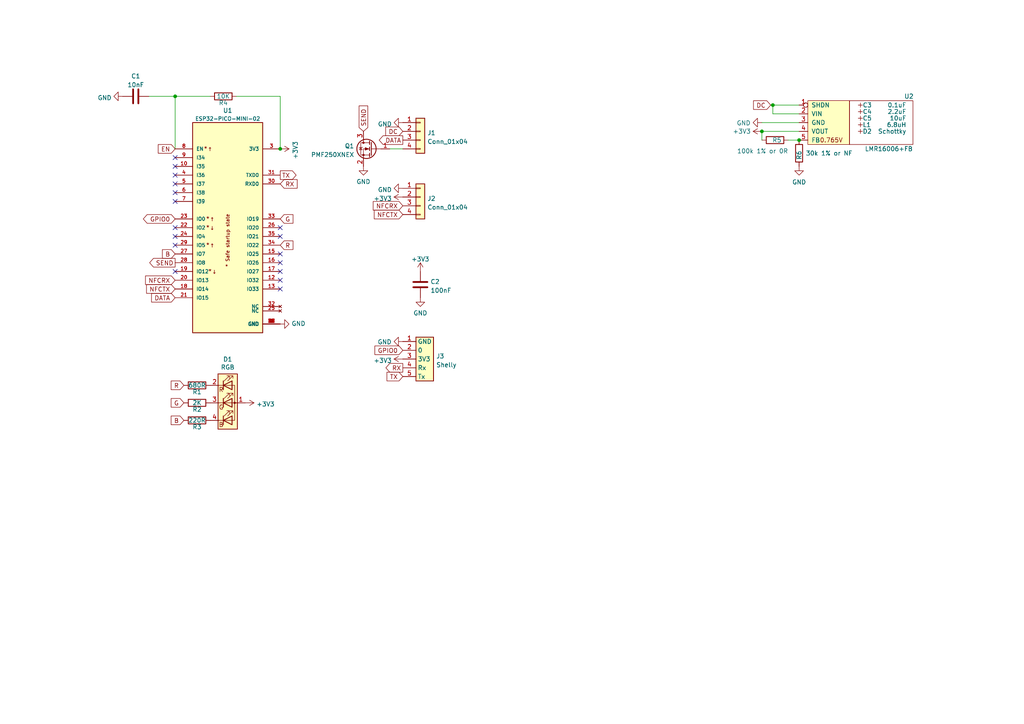
<source format=kicad_sch>
(kicad_sch (version 20211123) (generator eeschema)
  (paper "A4")
  (title_block (title "Generic ESP32-PICO-MINI module") (date "${DATE}") (rev "1") (comment 1 "@TheRealRevK") (comment 2 "www.me.uk"))
  (lib_symbols
    (symbol "Connector_Generic:Conn_01x04" (pin_names (offset 1.016) hide)
      (property "Reference" "J" (at 0 5.08 0))
      (property "Value" "Conn_01x04" (at 0 -7.62 0))
      (symbol "Conn_01x04_1_1"
        (rectangle (start -1.27 -4.953) (end 0 -5.207) (stroke (width 0.1524)))
        (rectangle (start -1.27 -2.413) (end 0 -2.667) (stroke (width 0.1524)))
        (rectangle (start -1.27 0.127) (end 0 -0.127) (stroke (width 0.1524)))
        (rectangle (start -1.27 2.667) (end 0 2.413) (stroke (width 0.1524)))
        (rectangle (start -1.27 3.81) (end 1.27 -6.35) (stroke (width 0.254)) (fill (type background)))
        (pin passive line (at -5.08 2.54 0) (length 3.81) (name "Pin_1") (number "1"))
        (pin passive line (at -5.08 0 0) (length 3.81) (name "Pin_2") (number "2"))
        (pin passive line (at -5.08 -2.54 0) (length 3.81) (name "Pin_3") (number "3"))
        (pin passive line (at -5.08 -5.08 0) (length 3.81) (name "Pin_4") (number "4"))
      )
    )
    (symbol "Device:C" (pin_numbers hide) (pin_names (offset 0.254))
      (property "Reference" "C" (at 0.635 2.54 0))
      (property "Value" "C" (at 0.635 -2.54 0))
      (symbol "C_0_1"
        (polyline (pts (xy -2.032 -0.762) (xy 2.032 -0.762)) (stroke (width 0.508)))
        (polyline (pts (xy -2.032 0.762) (xy 2.032 0.762)) (stroke (width 0.508)))
      )
      (symbol "C_1_1"
        (pin passive line (at 0 3.81 270) (length 2.794) (name "~") (number "1"))
        (pin passive line (at 0 -3.81 90) (length 2.794) (name "~") (number "2"))
      )
    )
    (symbol "Device:LED_ARGB" (pin_names (offset 0) hide)
      (property "Reference" "D" (at 0 9.398 0))
      (property "Value" "LED_ARGB" (at 0 -8.89 0))
      (symbol "LED_ARGB_0_0"
        (text "B" (at -1.905 -6.35 0) (effects (font (size 1.27 1.27))))
        (text "G" (at -1.905 -1.27 0) (effects (font (size 1.27 1.27))))
        (text "R" (at -1.905 3.81 0) (effects (font (size 1.27 1.27))))
      )
      (symbol "LED_ARGB_0_1"
        (polyline (pts (xy -1.27 -5.08) (xy -2.54 -5.08)))
        (polyline (pts (xy -1.27 -5.08) (xy 1.27 -5.08)))
        (polyline (pts (xy -1.27 -3.81) (xy -1.27 -6.35)) (stroke (width 0.254)))
        (polyline (pts (xy -1.27 0) (xy -2.54 0)))
        (polyline (pts (xy -1.27 1.27) (xy -1.27 -1.27)) (stroke (width 0.254)))
        (polyline (pts (xy -1.27 5.08) (xy -2.54 5.08)))
        (polyline (pts (xy -1.27 5.08) (xy 1.27 5.08)))
        (polyline (pts (xy -1.27 6.35) (xy -1.27 3.81)) (stroke (width 0.254)))
        (polyline (pts (xy 1.27 0) (xy -1.27 0)))
        (polyline (pts (xy 1.27 0) (xy 2.54 0)))
        (polyline (pts (xy -1.27 1.27) (xy -1.27 -1.27) (xy -1.27 -1.27)))
        (polyline (pts (xy -1.27 6.35) (xy -1.27 3.81) (xy -1.27 3.81)))
        (polyline (pts (xy 1.27 -5.08) (xy 2.032 -5.08) (xy 2.032 5.08) (xy 1.27 5.08)))
        (polyline (pts (xy 1.27 -3.81) (xy 1.27 -6.35) (xy -1.27 -5.08) (xy 1.27 -3.81)) (stroke (width 0.254)))
        (polyline (pts (xy 1.27 1.27) (xy 1.27 -1.27) (xy -1.27 0) (xy 1.27 1.27)) (stroke (width 0.254)))
        (polyline (pts (xy 1.27 6.35) (xy 1.27 3.81) (xy -1.27 5.08) (xy 1.27 6.35)) (stroke (width 0.254)))
        (polyline (pts (xy -1.016 -3.81) (xy 0.508 -2.286) (xy -0.254 -2.286) (xy 0.508 -2.286) (xy 0.508 -3.048)))
        (polyline (pts (xy -1.016 1.27) (xy 0.508 2.794) (xy -0.254 2.794) (xy 0.508 2.794) (xy 0.508 2.032)))
        (polyline (pts (xy -1.016 6.35) (xy 0.508 7.874) (xy -0.254 7.874) (xy 0.508 7.874) (xy 0.508 7.112)))
        (polyline (pts (xy 0 -3.81) (xy 1.524 -2.286) (xy 0.762 -2.286) (xy 1.524 -2.286) (xy 1.524 -3.048)))
        (polyline (pts (xy 0 1.27) (xy 1.524 2.794) (xy 0.762 2.794) (xy 1.524 2.794) (xy 1.524 2.032)))
        (polyline (pts (xy 0 6.35) (xy 1.524 7.874) (xy 0.762 7.874) (xy 1.524 7.874) (xy 1.524 7.112)))
        (rectangle (start 1.27 -1.27) (end 1.27 1.27))
        (rectangle (start 1.27 1.27) (end 1.27 1.27))
        (rectangle (start 1.27 3.81) (end 1.27 6.35))
        (rectangle (start 1.27 6.35) (end 1.27 6.35))
        (circle (center 2.032 0) (radius 0.254) (fill (type outline)))
        (rectangle (start 2.794 8.382) (end -2.794 -7.62) (stroke (width 0.254)) (fill (type background)))
      )
      (symbol "LED_ARGB_1_1"
        (pin passive line (at 5.08 0 180) (length 2.54) (name "A") (number "1"))
        (pin passive line (at -5.08 5.08 0) (length 2.54) (name "RK") (number "2"))
        (pin passive line (at -5.08 0 0) (length 2.54) (name "GK") (number "3"))
        (pin passive line (at -5.08 -5.08 0) (length 2.54) (name "BK") (number "4"))
      )
    )
    (symbol "Device:R" (pin_numbers hide) (pin_names (offset 0))
      (property "Reference" "R" (at 2.032 0 90))
      (property "Value" "R" (at 0 0 90))
      (symbol "R_0_1"
        (rectangle (start -1.016 -2.54) (end 1.016 2.54) (stroke (width 0.254)))
      )
      (symbol "R_1_1"
        (pin passive line (at 0 3.81 270) (length 1.27) (name "~") (number "1"))
        (pin passive line (at 0 -3.81 90) (length 1.27) (name "~") (number "2"))
      )
    )
    (symbol "RevK:ESP32-PICO-MINI-02" (pin_names (offset 1.016))
      (property "Reference" "U" (at -10.16 -33.02 0))
      (property "Value" "ESP32-PICO-MINI-02" (at 0 27.94 0))
      (symbol "ESP32-PICO-MINI-02_0_0"
        (rectangle (start -10.16 -30.48) (end 10.16 30.48) (stroke (width 0.254)) (fill (type background)))
        (text "* Safe startup state" (at 0 -11.43 900) (effects (font (size 1 1)) (justify left)))
        (text "*↑" (at -6.985 22.86 0) (effects (font (size 1.27 1.27)) (justify left)))
        (text "*↑" (at -6.35 -5.08 0) (effects (font (size 1.27 1.27)) (justify left)))
        (text "*↑" (at -6.35 2.54 0) (effects (font (size 1.27 1.27)) (justify left)))
        (text "*↓" (at -6.35 0 0) (effects (font (size 1.27 1.27)) (justify left)))
        (text "*↓" (at -5.715 -12.7 0) (effects (font (size 1.27 1.27)) (justify left)))
        (pin power_in line (at 15.24 -27.94 180) (length 5.08) (name "GND") (number "1"))
        (pin input line (at -15.24 17.78 0) (length 5.08) (name "I35") (number "10"))
        (pin power_in line (at 15.24 -27.94 180) (length 5.08) (name "GND") (number "11"))
        (pin bidirectional line (at 15.24 -15.24 180) (length 5.08) (name "IO32") (number "12"))
        (pin bidirectional line (at 15.24 -17.78 180) (length 5.08) (name "IO33") (number "13"))
        (pin power_in line (at 15.24 -27.94 180) (length 5.08) (name "GND") (number "14"))
        (pin bidirectional line (at 15.24 -7.62 180) (length 5.08) (name "IO25") (number "15"))
        (pin bidirectional line (at 15.24 -10.16 180) (length 5.08) (name "IO26") (number "16"))
        (pin bidirectional line (at 15.24 -12.7 180) (length 5.08) (name "IO27") (number "17"))
        (pin bidirectional line (at -15.24 -17.78 0) (length 5.08) (name "IO14") (number "18"))
        (pin bidirectional line (at -15.24 -12.7 0) (length 5.08) (name "IO12") (number "19"))
        (pin power_in line (at 15.24 -27.94 180) (length 5.08) (name "GND") (number "2"))
        (pin bidirectional line (at -15.24 -15.24 0) (length 5.08) (name "IO13") (number "20"))
        (pin bidirectional line (at -15.24 -20.32 0) (length 5.08) (name "IO15") (number "21"))
        (pin bidirectional line (at -15.24 0 0) (length 5.08) (name "IO2") (number "22"))
        (pin bidirectional line (at -15.24 2.54 0) (length 5.08) (name "IO0") (number "23"))
        (pin bidirectional line (at -15.24 -2.54 0) (length 5.08) (name "IO4") (number "24"))
        (pin no_connect line (at 15.24 -24.13 180) (length 5.08) (name "NC") (number "25"))
        (pin bidirectional line (at 15.24 0 180) (length 5.08) (name "IO20") (number "26"))
        (pin bidirectional line (at -15.24 -7.62 0) (length 5.08) (name "IO7") (number "27"))
        (pin bidirectional line (at -15.24 -10.16 0) (length 5.08) (name "IO8") (number "28"))
        (pin bidirectional line (at -15.24 -5.08 0) (length 5.08) (name "IO5") (number "29"))
        (pin power_in line (at 15.24 22.86 180) (length 5.08) (name "3V3") (number "3"))
        (pin bidirectional line (at 15.24 12.7 180) (length 5.08) (name "RXD0") (number "30"))
        (pin bidirectional line (at 15.24 15.24 180) (length 5.08) (name "TXD0") (number "31"))
        (pin no_connect line (at 15.24 -22.86 180) (length 5.08) (name "NC") (number "32"))
        (pin bidirectional line (at 15.24 2.54 180) (length 5.08) (name "IO19") (number "33"))
        (pin bidirectional line (at 15.24 -5.08 180) (length 5.08) (name "IO22") (number "34"))
        (pin bidirectional line (at 15.24 -2.54 180) (length 5.08) (name "IO21") (number "35"))
        (pin power_in line (at 15.24 -27.94 180) (length 5.08) (name "GND") (number "36"))
        (pin power_in line (at 15.24 -27.94 180) (length 5.08) (name "GND") (number "37"))
        (pin power_in line (at 15.24 -27.94 180) (length 5.08) (name "GND") (number "38"))
        (pin power_in line (at 15.24 -27.94 180) (length 5.08) (name "GND") (number "39"))
        (pin input line (at -15.24 15.24 0) (length 5.08) (name "I36") (number "4"))
        (pin power_in line (at 15.24 -27.94 180) (length 5.08) (name "GND") (number "40"))
        (pin power_in line (at 15.24 -27.94 180) (length 5.08) (name "GND") (number "41"))
        (pin power_in line (at 15.24 -27.94 180) (length 5.08) (name "GND") (number "42"))
        (pin power_in line (at 15.24 -27.94 180) (length 5.08) (name "GND") (number "43"))
        (pin power_in line (at 15.24 -27.94 180) (length 5.08) (name "GND") (number "44"))
        (pin power_in line (at 15.24 -27.94 180) (length 5.08) (name "GND") (number "45"))
        (pin power_in line (at 15.24 -27.94 180) (length 5.08) (name "GND") (number "46"))
        (pin power_in line (at 15.24 -27.94 180) (length 5.08) (name "GND") (number "47"))
        (pin power_in line (at 15.24 -27.94 180) (length 5.08) (name "GND") (number "48"))
        (pin power_in line (at 15.24 -27.94 180) (length 5.08) (name "GND") (number "49"))
        (pin input line (at -15.24 12.7 0) (length 5.08) (name "I37") (number "5"))
        (pin power_in line (at 15.24 -27.94 180) (length 5.08) (name "GND") (number "50"))
        (pin power_in line (at 15.24 -27.94 180) (length 5.08) (name "GND") (number "51"))
        (pin power_in line (at 15.24 -27.94 180) (length 5.08) (name "GND") (number "52"))
        (pin power_in line (at 15.24 -27.94 180) (length 5.08) (name "GND") (number "53"))
        (pin input line (at -15.24 10.16 0) (length 5.08) (name "I38") (number "6"))
        (pin input line (at -15.24 7.62 0) (length 5.08) (name "I39") (number "7"))
        (pin input line (at -15.24 22.86 0) (length 5.08) (name "EN") (number "8"))
        (pin input line (at -15.24 20.32 0) (length 5.08) (name "I34") (number "9"))
      )
    )
    (symbol "RevK:Hidden" (pin_names (offset 1.016))
      (property "Reference" "Z" (at 0.635 0 0))
      (property "Value" "Hidden" (at 4.445 0 0))
      (symbol "Hidden_0_1"
        (polyline (pts (xy -0.635 0) (xy 0.635 0)) (stroke (width 0.1524)))
        (polyline (pts (xy 0 0.635) (xy 0 -0.635)) (stroke (width 0.1524)))
      )
      (symbol "Hidden_1_1"
        (pin no_connect non_logic (at 0 -2.54 90) (length 2.54) hide (name "~") (number "~"))
      )
    )
    (symbol "RevK:LMR16006+FB" (pin_names (offset 1.016))
      (property "Reference" "U" (at 11.43 2.54 0))
      (property "Value" "LMR16006+FB" (at 7.62 -12.7 0))
      (symbol "LMR16006+FB_0_0"
        (rectangle (start 2.54 1.27) (end 14.605 -11.43) (fill (type background)))
        (text "0.765V" (at 12.7 -10.16 0) (effects (font (size 1.27 1.27)) (justify right)))
      )
      (symbol "LMR16006+FB_0_1"
        (rectangle (start 14.605 1.27) (end 33.02 -11.43))
      )
      (symbol "LMR16006+FB_1_1"
        (pin input inverted (at 0 0 0) (length 2.54) (name "SHDN") (number "1"))
        (pin power_in line (at 0 -2.54 0) (length 2.54) (name "VIN") (number "2"))
        (pin power_in line (at 0 -5.08 0) (length 2.54) (name "GND") (number "3"))
        (pin power_out line (at 0 -7.62 0) (length 2.54) (name "VOUT") (number "4"))
        (pin passive line (at 0 -10.16 0) (length 2.54) (name "FB") (number "5"))
      )
    )
    (symbol "RevK:NX7002AK" (pin_names (offset 0) hide)
      (property "Reference" "Q" (at 5.08 1.27 0))
      (property "Value" "NX7002AK" (at 5.08 -1.27 0))
      (symbol "NX7002AK_0_1"
        (polyline (pts (xy 0.254 0) (xy -2.54 0)))
        (polyline (pts (xy 0.254 1.905) (xy 0.254 -1.905)) (stroke (width 0.254)))
        (polyline (pts (xy 0.762 -1.27) (xy 0.762 -2.286)) (stroke (width 0.254)))
        (polyline (pts (xy 0.762 0.508) (xy 0.762 -0.508)) (stroke (width 0.254)))
        (polyline (pts (xy 0.762 2.286) (xy 0.762 1.27)) (stroke (width 0.254)))
        (polyline (pts (xy 2.54 2.54) (xy 2.54 1.778)))
        (polyline (pts (xy 2.54 -2.54) (xy 2.54 0) (xy 0.762 0)))
        (polyline (pts (xy 0.762 -1.778) (xy 3.302 -1.778) (xy 3.302 1.778) (xy 0.762 1.778)))
        (polyline (pts (xy 1.016 0) (xy 2.032 0.381) (xy 2.032 -0.381) (xy 1.016 0)) (fill (type outline)))
        (polyline (pts (xy 2.794 0.508) (xy 2.921 0.381) (xy 3.683 0.381) (xy 3.81 0.254)))
        (polyline (pts (xy 3.302 0.381) (xy 2.921 -0.254) (xy 3.683 -0.254) (xy 3.302 0.381)))
        (circle (center 1.651 0) (radius 2.794) (stroke (width 0.254)))
        (circle (center 2.54 -1.778) (radius 0.254) (fill (type outline)))
        (circle (center 2.54 1.778) (radius 0.254) (fill (type outline)))
      )
      (symbol "NX7002AK_1_1"
        (pin input line (at -5.08 0 0) (length 2.54) (name "G") (number "1"))
        (pin passive line (at 2.54 -5.08 90) (length 2.54) (name "S") (number "2"))
        (pin passive line (at 2.54 5.08 270) (length 2.54) (name "D") (number "3"))
      )
    )
    (symbol "RevK:Shelly"
      (property "Reference" "J" (at 0 -8.89 0))
      (property "Value" "Shelly" (at 0 8.89 0))
      (symbol "Shelly_1_1"
        (rectangle (start -1.27 6.35) (end 3.81 -6.35) (stroke (width 0.254)) (fill (type background)))
        (pin power_in line (at -5.08 5.08 0) (length 3.81) (name "GND") (number "1"))
        (pin output line (at -5.08 2.54 0) (length 3.81) (name "0") (number "2"))
        (pin power_out line (at -5.08 0 0) (length 3.81) (name "3V3") (number "3"))
        (pin output line (at -5.08 -2.54 0) (length 3.81) (name "Rx") (number "4"))
        (pin input line (at -5.08 -5.08 0) (length 3.81) (name "Tx") (number "5"))
      )
    )
    (symbol "power:+3.3V" (power) (pin_names (offset 0))
      (property "Value" "+3.3V" (at 0 3.556 0))
      (symbol "+3.3V_0_1"
        (polyline (pts (xy -0.762 1.27) (xy 0 2.54)))
        (polyline (pts (xy 0 0) (xy 0 2.54)))
        (polyline (pts (xy 0 2.54) (xy 0.762 1.27)))
      )
      (symbol "+3.3V_1_1"
        (pin power_in line (at 0 0 90) (length 0) hide (name "+3V3") (number "1"))
      )
    )
    (symbol "power:GND" (power) (pin_names (offset 0))
      (property "Value" "GND" (at 0 -3.81 0))
      (symbol "GND_0_1"
        (polyline (pts (xy 0 0) (xy 0 -1.27) (xy 1.27 -1.27) (xy 0 -2.54) (xy -1.27 -1.27) (xy 0 -1.27)))
      )
      (symbol "GND_1_1"
        (pin power_in line (at 0 0 270) (length 0) hide (name "GND") (number "1"))
      )
    )
  )
  (junction (at 81.28 43.18))
  (junction (at 220.98 38.1))
  (junction (at 50.8 27.94))
  (junction (at 224.155 30.48))
  (junction (at 231.775 40.64))
  (no_connect (at 50.8 68.58))
  (no_connect (at 81.28 78.74))
  (no_connect (at 81.28 76.2))
  (no_connect (at 81.28 73.66))
  (no_connect (at 81.28 66.04))
  (no_connect (at 50.8 45.72))
  (no_connect (at 50.8 48.26))
  (no_connect (at 50.8 50.8))
  (no_connect (at 50.8 53.34))
  (no_connect (at 50.8 55.88))
  (no_connect (at 50.8 58.42))
  (no_connect (at 50.8 66.04))
  (no_connect (at 50.8 71.12))
  (no_connect (at 50.8 78.74))
  (no_connect (at 81.28 68.58))
  (no_connect (at 81.28 81.28))
  (no_connect (at 81.28 83.82))
  (wire (pts (xy 220.98 38.1) (xy 231.775 38.1)))
  (wire (pts (xy 220.98 35.56) (xy 231.775 35.56)))
  (wire (pts (xy 43.18 27.94) (xy 50.8 27.94)))
  (wire (pts (xy 223.52 30.48) (xy 224.155 30.48)))
  (wire (pts (xy 224.155 33.02) (xy 231.775 33.02)))
  (wire (pts (xy 224.155 30.48) (xy 231.775 30.48)))
  (wire (pts (xy 228.6 40.64) (xy 231.775 40.64)))
  (wire (pts (xy 50.8 43.18) (xy 50.8 27.94)))
  (wire (pts (xy 81.28 27.94) (xy 81.28 43.18)))
  (wire (pts (xy 224.155 30.48) (xy 224.155 33.02)))
  (wire (pts (xy 50.8 27.94) (xy 60.96 27.94)))
  (wire (pts (xy 113.03 43.18) (xy 116.84 43.18)))
  (wire (pts (xy 220.98 38.1) (xy 220.98 40.64)))
  (wire (pts (xy 68.58 27.94) (xy 81.28 27.94)))
  (global_label "DATA" (shape output) (at 116.84 40.64 180) (property "Intersheet References" "${INTERSHEET_REFS}" (effects hide)))
  (global_label "GPIO0" (shape input) (at 116.84 101.6 180) (property "Intersheet References" "${INTERSHEET_REFS}" (effects hide)))
  (global_label "DC" (shape input) (at 116.84 38.1 180) (property "Intersheet References" "${INTERSHEET_REFS}" (effects hide)))
  (global_label "NFCRX" (shape input) (at 50.8 81.28 180) (property "Intersheet References" "${INTERSHEET_REFS}" (effects hide)))
  (global_label "G" (shape input) (at 81.28 63.5 0) (property "Intersheet References" "${INTERSHEET_REFS}" (effects hide)))
  (global_label "R" (shape input) (at 81.28 71.12 0) (property "Intersheet References" "${INTERSHEET_REFS}" (effects hide)))
  (global_label "EN" (shape input) (at 50.8 43.18 180) (property "Intersheet References" "${INTERSHEET_REFS}" (effects hide)))
  (global_label "B" (shape input) (at 53.34 121.92 180) (property "Intersheet References" "${INTERSHEET_REFS}" (effects hide)))
  (global_label "R" (shape input) (at 53.34 111.76 180) (property "Intersheet References" "${INTERSHEET_REFS}" (effects hide)))
  (global_label "RX" (shape input) (at 81.28 53.34 0) (property "Intersheet References" "${INTERSHEET_REFS}" (effects hide)))
  (global_label "NFCTX" (shape input) (at 116.84 62.23 180) (property "Intersheet References" "${INTERSHEET_REFS}" (effects hide)))
  (global_label "GPIO0" (shape bidirectional) (at 50.8 63.5 180) (property "Intersheet References" "${INTERSHEET_REFS}" (effects hide)))
  (global_label "NFCRX" (shape input) (at 116.84 59.69 180) (property "Intersheet References" "${INTERSHEET_REFS}" (effects hide)))
  (global_label "SEND" (shape output) (at 50.8 76.2 180) (property "Intersheet References" "${INTERSHEET_REFS}" (effects hide)))
  (global_label "TX" (shape input) (at 116.84 109.22 180) (property "Intersheet References" "${INTERSHEET_REFS}" (effects hide)))
  (global_label "DATA" (shape input) (at 50.8 86.36 180) (property "Intersheet References" "${INTERSHEET_REFS}" (effects hide)))
  (global_label "TX" (shape output) (at 81.28 50.8 0) (property "Intersheet References" "${INTERSHEET_REFS}" (effects hide)))
  (global_label "SEND" (shape input) (at 105.41 38.1 90) (property "Intersheet References" "${INTERSHEET_REFS}" (effects hide)))
  (global_label "DC" (shape input) (at 223.52 30.48 180) (property "Intersheet References" "${INTERSHEET_REFS}" (effects hide)))
  (global_label "NFCTX" (shape input) (at 50.8 83.82 180) (property "Intersheet References" "${INTERSHEET_REFS}" (effects hide)))
  (global_label "G" (shape input) (at 53.34 116.84 180) (property "Intersheet References" "${INTERSHEET_REFS}" (effects hide)))
  (global_label "RX" (shape output) (at 116.84 106.68 180) (property "Intersheet References" "${INTERSHEET_REFS}" (effects hide)))
  (global_label "B" (shape input) (at 50.8 73.66 180) (property "Intersheet References" "${INTERSHEET_REFS}" (effects hide)))
  (symbol (lib_id "power:+3.3V") (at 81.28 43.18 270) (unit 1)
    (property "Reference" "#PWR03" (effects hide))
    (property "Value" "+3.3V" (at 85.6742 43.561 0))
  )
  (symbol (lib_id "power:GND") (at 81.28 93.98 90) (unit 1)
    (property "Reference" "#PWR04" (effects hide))
    (property "Value" "GND" (at 84.5312 93.853 90) (effects (justify right)))
  )
  (symbol (lib_id "Device:R") (at 57.15 111.76 270) (unit 1)
    (property "Reference" "R1" (at 57.15 113.665 90))
    (property "Value" "680R" (at 57.15 111.76 90))
    (property "Footprint" "RevK:R_0603" (effects hide))
  )
  (symbol (lib_id "RevK:Shelly") (at 121.92 104.14 0) (unit 1)
    (property "Reference" "J3" (at 126.492 103.3053 0) (effects (justify left)))
    (property "Value" "Shelly" (at 126.492 105.8422 0) (effects (justify left)))
    (property "Footprint" "RevK:Shelly" (effects hide))
  )
  (symbol (lib_id "power:GND") (at 116.84 35.56 270) (unit 1)
    (property "Reference" "#PWR06" (effects hide))
    (property "Value" "GND" (at 113.6651 35.9938 90) (effects (justify right)))
  )
  (symbol (lib_id "Device:R") (at 64.77 27.94 270) (unit 1)
    (property "Reference" "R4" (at 64.77 29.845 90))
    (property "Value" "10K" (at 64.77 27.94 90))
    (property "Footprint" "RevK:R_0603" (effects hide))
  )
  (symbol (lib_id "RevK:Hidden") (at 249.555 32.385 0) (unit 1)
    (property "Reference" "C4" (at 250.19 32.385 0) (effects (justify left)))
    (property "Value" "2.2uF" (at 262.89 32.385 0) (effects (justify right)))
    (property "Footprint" "RevK:Hidden" (effects hide))
    (property "Note" "0603 or 0805" (effects hide))
  )
  (symbol (lib_id "Device:C") (at 121.92 82.55 0) (unit 1)
    (property "Reference" "C2" (at 124.841 81.7153 0) (effects (justify left)))
    (property "Value" "100nF" (at 124.841 84.2522 0) (effects (justify left)))
    (property "Footprint" "RevK:C_0603" (effects hide))
  )
  (symbol (lib_id "Connector_Generic:Conn_01x04") (at 121.92 38.1 0) (unit 1)
    (property "Reference" "J1" (at 123.952 38.5353 0) (effects (justify left)))
    (property "Value" "Conn_01x04" (at 123.952 41.0722 0) (effects (justify left)))
    (property "Footprint" "RevK:Molex_MiniSPOX_H4RA" (effects hide))
  )
  (symbol (lib_id "RevK:NX7002AK") (at 107.95 43.18 0) (mirror y) (unit 1)
    (property "Reference" "Q1" (at 102.743 42.3453 0) (effects (justify left)))
    (property "Value" "PMF250XNEX" (at 102.743 44.8822 0) (effects (justify left)))
    (property "Footprint" "Package_TO_SOT_SMD:SOT-323_SC-70" (effects hide))
    (property "Part No" "PMF250XNEX" (effects hide))
  )
  (symbol (lib_id "RevK:Hidden") (at 249.555 38.1 0) (unit 1)
    (property "Reference" "D2" (at 250.19 38.1 0) (effects (justify left)))
    (property "Value" "Schottky" (at 262.89 38.1 0) (effects (justify right)))
    (property "Footprint" "RevK:Hidden" (effects hide))
    (property "Datasheet" "https://www.mouser.co.uk/datasheet/2/54/CD1206-B220_B2100-777245.pdf" (effects hide))
    (property "Manufacturer" "Bourns" (effects hide))
    (property "Part No" "CD1206-B2100" (effects hide))
  )
  (symbol (lib_id "power:+3.3V") (at 71.12 116.84 270) (unit 1)
    (property "Reference" "#PWR02" (effects hide))
    (property "Value" "+3.3V" (at 74.3712 117.221 90) (effects (justify left)))
  )
  (symbol (lib_id "Device:R") (at 231.775 44.45 180) (unit 1)
    (property "Reference" "R6" (at 231.775 46.355 90) (effects (justify right)))
    (property "Value" "30k 1% or NF" (at 233.68 44.45 0) (effects (justify right)))
    (property "Footprint" "RevK:R_0603" (effects hide))
  )
  (symbol (lib_id "RevK:Hidden") (at 249.555 36.195 0) (unit 1)
    (property "Reference" "L1" (at 250.19 36.195 0) (effects (justify left)))
    (property "Value" "6.8uH" (at 262.89 36.195 0) (effects (justify right)))
    (property "Footprint" "RevK:Hidden" (effects hide))
    (property "Datasheet" "https://www.mouser.co.uk/datasheet/2/987/Laird_Performance_TYA4020_series__Rev_A_-1877538.pdf" (effects hide))
    (property "Manufacturer" "Laird" (effects hide))
    (property "Part No" "TYA4020" (effects hide))
  )
  (symbol (lib_id "power:GND") (at 116.84 54.61 270) (unit 1)
    (property "Reference" "#PWR07" (effects hide))
    (property "Value" "GND" (at 113.6651 55.0438 90) (effects (justify right)))
  )
  (symbol (lib_id "power:GND") (at 231.775 48.26 0) (unit 1)
    (property "Reference" "#PWR015" (effects hide))
    (property "Value" "GND" (at 231.775 52.8225 0))
  )
  (symbol (lib_id "RevK:Hidden") (at 249.555 30.48 0) (unit 1)
    (property "Reference" "C3" (at 250.19 30.48 0) (effects (justify left)))
    (property "Value" "0.1uF" (at 262.89 30.48 0) (effects (justify right)))
    (property "Footprint" "RevK:Hidden" (effects hide))
    (property "Note" "X7R or X5R 0603" (effects hide))
  )
  (symbol (lib_id "Device:R") (at 224.79 40.64 90) (unit 1)
    (property "Reference" "R5" (at 226.695 40.64 90) (effects (justify left)))
    (property "Value" "100k 1% or 0R" (at 228.6 43.815 90) (effects (justify left)))
    (property "Footprint" "RevK:R_0603" (effects hide))
  )
  (symbol (lib_id "power:+3.3V") (at 220.98 38.1 90) (unit 1)
    (property "Reference" "#PWR014" (effects hide))
    (property "Value" "+3.3V" (at 217.805 38.1 90) (effects (justify left)))
  )
  (symbol (lib_id "Device:R") (at 57.15 116.84 270) (unit 1)
    (property "Reference" "R2" (at 57.15 118.745 90))
    (property "Value" "2K" (at 57.15 116.84 90))
    (property "Footprint" "RevK:R_0603" (effects hide))
  )
  (symbol (lib_id "RevK:ESP32-PICO-MINI-02") (at 66.04 66.04 0) (unit 1)
    (property "Reference" "U1" (at 66.04 32.0498 0))
    (property "Value" "ESP32-PICO-MINI-02" (at 66.04 34.4339 0) (effects (font (size 1.1 1.1))))
    (property "Footprint" "RevK:ESP32-PICO-MINI-02" (effects hide))
    (property "MANUFACTURER" "Espressif" (effects hide))
    (property "MAXIMUM_PACKAGE_HEIGHT" "2.55mm" (effects hide))
    (property "PARTREV" "v1.0" (effects hide))
    (property "STANDARD" "Manufacturer Recommendations" (effects hide))
  )
  (symbol (lib_id "power:GND") (at 105.41 48.26 0) (unit 1)
    (property "Reference" "#PWR05" (effects hide))
    (property "Value" "GND" (at 105.41 52.7034 0))
  )
  (symbol (lib_id "RevK:Hidden") (at 249.555 34.29 0) (unit 1)
    (property "Reference" "C5" (at 250.19 34.29 0) (effects (justify left)))
    (property "Value" "10uF" (at 262.89 34.29 0) (effects (justify right)))
    (property "Footprint" "RevK:Hidden" (effects hide))
    (property "Note" "0603 or 0805" (effects hide))
  )
  (symbol (lib_id "power:GND") (at 116.84 99.06 270) (unit 1)
    (property "Reference" "#PWR09" (effects hide))
    (property "Value" "GND" (at 113.5888 99.187 90) (effects (justify right)))
  )
  (symbol (lib_id "power:+3.3V") (at 116.84 104.14 90) (unit 1)
    (property "Reference" "#PWR010" (effects hide))
    (property "Value" "+3.3V" (at 113.665 104.5738 90) (effects (justify left)))
  )
  (symbol (lib_id "Connector_Generic:Conn_01x04") (at 121.92 57.15 0) (unit 1)
    (property "Reference" "J2" (at 123.952 57.5853 0) (effects (justify left)))
    (property "Value" "Conn_01x04" (at 123.952 60.1222 0) (effects (justify left)))
    (property "Footprint" "RevK:Molex_MiniSPOX_H4RA" (effects hide))
  )
  (symbol (lib_id "power:+3.3V") (at 116.84 57.15 90) (unit 1)
    (property "Reference" "#PWR08" (effects hide))
    (property "Value" "+3.3V" (at 113.665 57.5838 90) (effects (justify left)))
  )
  (symbol (lib_id "Device:C") (at 39.37 27.94 90) (unit 1)
    (property "Reference" "C1" (at 39.37 22.0812 90))
    (property "Value" "10nF" (at 39.37 24.6181 90))
    (property "Footprint" "RevK:C_0603" (effects hide))
  )
  (symbol (lib_id "power:+3.3V") (at 121.92 78.74 0) (unit 1)
    (property "Reference" "#PWR011" (effects hide))
    (property "Value" "+3.3V" (at 121.92 75.1642 0))
  )
  (symbol (lib_id "Device:LED_ARGB") (at 66.04 116.84 0) (unit 1)
    (property "Reference" "D1" (at 66.04 104.2162 0))
    (property "Value" "RGB" (at 66.04 106.5276 0))
    (property "Footprint" "RevK:LED-RGB-1.6x1.6" (effects hide))
    (property "Manufacturer" "Kingbright" (effects hide))
    (property "Part No" "APTF1616LSEEZGKQBKC" (effects hide))
  )
  (symbol (lib_id "RevK:LMR16006+FB") (at 231.775 30.48 0) (unit 1)
    (property "Reference" "U2" (at 262.255 27.94 0) (effects (justify left)))
    (property "Value" "LMR16006+FB" (at 250.825 43.18 0) (effects (justify left)))
    (property "Footprint" "RevK:RegulatorBlockFB" (effects hide))
    (property "Manufacturer" "TI" (effects hide))
    (property "Part No" "LMR16006YQ3" (effects hide))
  )
  (symbol (lib_id "Device:R") (at 57.15 121.92 270) (unit 1)
    (property "Reference" "R3" (at 57.15 123.825 90))
    (property "Value" "220R" (at 57.15 121.92 90))
    (property "Footprint" "RevK:R_0603" (effects hide))
  )
  (symbol (lib_id "power:GND") (at 35.56 27.94 270) (unit 1)
    (property "Reference" "#PWR01" (effects hide))
    (property "Value" "GND" (at 32.3851 28.3738 90) (effects (justify right)))
  )
  (symbol (lib_id "power:GND") (at 220.98 35.56 270) (unit 1)
    (property "Reference" "#PWR013" (effects hide))
    (property "Value" "GND" (at 217.7288 35.687 90) (effects (justify right)))
  )
  (symbol (lib_id "power:GND") (at 121.92 86.36 0) (unit 1)
    (property "Reference" "#PWR012" (effects hide))
    (property "Value" "GND" (at 121.92 90.8034 0))
  )
)
</source>
